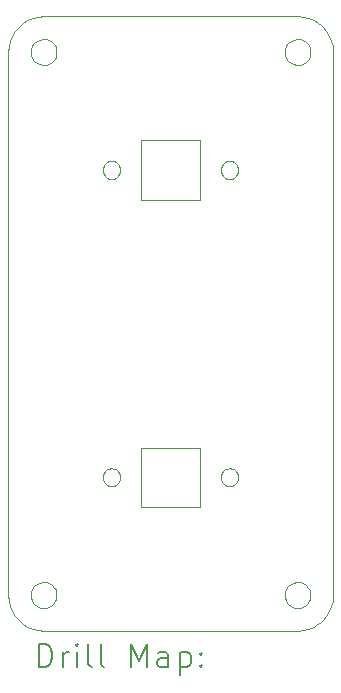
<source format=gbr>
%TF.GenerationSoftware,KiCad,Pcbnew,7.0.7*%
%TF.CreationDate,2024-10-15T08:59:56-05:00*%
%TF.ProjectId,OM-EPSC3-Micro,4f4d2d45-5053-4433-932d-4d6963726f2e,rev?*%
%TF.SameCoordinates,Original*%
%TF.FileFunction,Drillmap*%
%TF.FilePolarity,Positive*%
%FSLAX45Y45*%
G04 Gerber Fmt 4.5, Leading zero omitted, Abs format (unit mm)*
G04 Created by KiCad (PCBNEW 7.0.7) date 2024-10-15 08:59:56*
%MOMM*%
%LPD*%
G01*
G04 APERTURE LIST*
%ADD10C,0.003779*%
%ADD11C,0.200000*%
G04 APERTURE END LIST*
D10*
X22016500Y-10617700D02*
X22016500Y-10706100D01*
X21489500Y-9156100D02*
X21899100Y-9156100D01*
X22729000Y-10391100D02*
X22718300Y-10399384D01*
X21085000Y-9483500D02*
X21095100Y-9509100D01*
X22701500Y-10493600D02*
X22713500Y-10509100D01*
X21804000Y-10521100D02*
X21819500Y-10509100D01*
X21095100Y-14109100D02*
X21111300Y-14131400D01*
X23235000Y-9428700D02*
X23231500Y-9456100D01*
X21095100Y-9403100D02*
X21085000Y-9428700D01*
X22016500Y-13306100D02*
X22516500Y-13306100D01*
X21729000Y-13121100D02*
X21747100Y-13128500D01*
X21766500Y-10381100D02*
X21747100Y-10383700D01*
X20906200Y-9363400D02*
X20924200Y-9319900D01*
X23641500Y-10617700D02*
X23641500Y-12256100D01*
X21831500Y-10418600D02*
X21827087Y-10412900D01*
X21694300Y-10436211D02*
X21694100Y-10436700D01*
X21144600Y-14352400D02*
X21098800Y-14341400D01*
X21212100Y-9348000D02*
X21184600Y-9346300D01*
X23411600Y-14140900D02*
X23430500Y-14120800D01*
X21899100Y-9156100D02*
X22718300Y-9156100D01*
X21729000Y-12991100D02*
X21713500Y-13003100D01*
X23245100Y-9509100D02*
X23261300Y-9531400D01*
X23641500Y-12256100D02*
X23641500Y-13075300D01*
X23430500Y-13991400D02*
X23411600Y-13971300D01*
X23641500Y-13248368D02*
X23641500Y-13494166D01*
X23334600Y-9565900D02*
X23362100Y-9564200D01*
X23584200Y-14232400D02*
X23553600Y-14268200D01*
X23388300Y-9356600D02*
X23362100Y-9348000D01*
X21015200Y-14298800D02*
X20979400Y-14268200D01*
X21184600Y-9565900D02*
X21212100Y-9564200D01*
X21747100Y-12983700D02*
X21729000Y-12991100D01*
X23282600Y-9549000D02*
X23307500Y-9560700D01*
X21838900Y-10436700D02*
X21831500Y-10418600D01*
X22819500Y-13003100D02*
X22804000Y-12991100D01*
X22804000Y-10521100D02*
X22819500Y-10509100D01*
X21694073Y-13075300D02*
X21694100Y-13075500D01*
X21831500Y-13018600D02*
X21819500Y-13003100D01*
X23428149Y-9388900D02*
X23411600Y-9371300D01*
X21284700Y-9399042D02*
X21280500Y-9391400D01*
X20906200Y-14148800D02*
X20895200Y-14103000D01*
X21111300Y-9380800D02*
X21105416Y-9388900D01*
X23411600Y-9371300D02*
X23388300Y-9356600D01*
X21838927Y-13075300D02*
X21841500Y-13056100D01*
X23517800Y-9213400D02*
X23537500Y-9230239D01*
X21085000Y-14028700D02*
X21081500Y-14056100D01*
X23537500Y-9230239D02*
X23553600Y-9244000D01*
X23641500Y-14056100D02*
X23637800Y-14103000D01*
X23282600Y-13963200D02*
X23261300Y-13980800D01*
X21080277Y-9178465D02*
X21098800Y-9170800D01*
X23307500Y-9351500D02*
X23282600Y-9363200D01*
X22718300Y-10512816D02*
X22729000Y-10521100D01*
X21831500Y-13093600D02*
X21838900Y-13075500D01*
X21280500Y-9520800D02*
X21284700Y-9513158D01*
X23307500Y-9560700D02*
X23332700Y-9565536D01*
X23388300Y-13956599D02*
X23362100Y-13948000D01*
X21079900Y-9178621D02*
X21080277Y-9178465D01*
X20979400Y-14268200D02*
X20948800Y-14232400D01*
X22804000Y-13121100D02*
X22819500Y-13109100D01*
X20948800Y-14232400D02*
X20924200Y-14192300D01*
X21691500Y-13056100D02*
X21694073Y-13075300D01*
X21238300Y-9555600D02*
X21261600Y-9540900D01*
X21085000Y-14083500D02*
X21091234Y-14099300D01*
X23411600Y-13971300D02*
X23388300Y-13956599D01*
X23334600Y-14165900D02*
X23362100Y-14164200D01*
X23443800Y-14015600D02*
X23430500Y-13991400D01*
X21081500Y-14056100D02*
X21085000Y-14083500D01*
X22694100Y-10436700D02*
X22691500Y-10456100D01*
X22701500Y-13093600D02*
X22713500Y-13109100D01*
X21261600Y-9540900D02*
X21280500Y-9520800D01*
X22516500Y-13306100D02*
X22516500Y-13075300D01*
X23362100Y-13948000D02*
X23334600Y-13946300D01*
X22713500Y-13003100D02*
X22701500Y-13018600D01*
X21212100Y-14164200D02*
X21238300Y-14155600D01*
X21284700Y-13999042D02*
X21280500Y-13991400D01*
X22718300Y-9156100D02*
X23127900Y-9156100D01*
X21278149Y-9388900D02*
X21261600Y-9371300D01*
X21238300Y-14155600D02*
X21261600Y-14140900D01*
X20891500Y-10706100D02*
X20891500Y-10617700D01*
X23553600Y-9244000D02*
X23584200Y-9279800D01*
X21144600Y-9159800D02*
X21191500Y-9156100D01*
X21827087Y-10412900D02*
X21819500Y-10403100D01*
X23282600Y-14149000D02*
X23307500Y-14160700D01*
X21157500Y-9351500D02*
X21132600Y-9363200D01*
X22804000Y-10391100D02*
X22785900Y-10383700D01*
X21899100Y-14356100D02*
X21489500Y-14356100D01*
X22694100Y-10475500D02*
X22701500Y-10493600D01*
X23641500Y-13075300D02*
X23641500Y-13248368D01*
X21157500Y-13951500D02*
X21132600Y-13963200D01*
X22516500Y-10617700D02*
X22516500Y-10206100D01*
X21261600Y-9371300D02*
X21238300Y-9356600D01*
X21729000Y-10391100D02*
X21713500Y-10403100D01*
X23517800Y-14298800D02*
X23509160Y-14304100D01*
X21841500Y-13056100D02*
X21838900Y-13036700D01*
X21055300Y-14323400D02*
X21015200Y-14298800D01*
X23626800Y-14148800D02*
X23608800Y-14192300D01*
X22691500Y-10456100D02*
X22694100Y-10475500D01*
X23307500Y-14160700D02*
X23334600Y-14165900D01*
X23641500Y-13494166D02*
X23641500Y-13827551D01*
X23245100Y-9403100D02*
X23235000Y-9428700D01*
X22691500Y-13056100D02*
X22694073Y-13075300D01*
X21238300Y-9356600D02*
X21212100Y-9348000D01*
X22016500Y-10206100D02*
X22016500Y-10617700D01*
X21293800Y-9415600D02*
X21284700Y-9399042D01*
X21838900Y-13075500D02*
X21838927Y-13075300D01*
X21831500Y-10493600D02*
X21838900Y-10475500D01*
X23608800Y-9319900D02*
X23626800Y-9363400D01*
X23450600Y-9469900D02*
X23450600Y-9442300D01*
X22747100Y-12983700D02*
X22729000Y-12991100D01*
X23245100Y-14003100D02*
X23235000Y-14028700D01*
X23450600Y-9442300D02*
X23443800Y-9415600D01*
X20891500Y-10617700D02*
X20891500Y-9456100D01*
X22785900Y-10528500D02*
X22804000Y-10521100D01*
X22016500Y-13075300D02*
X22016500Y-13306100D01*
X23450600Y-14042300D02*
X23443800Y-14015600D01*
X21300600Y-9442300D02*
X21293800Y-9415600D01*
X21184600Y-14165900D02*
X21212100Y-14164200D01*
X23477700Y-14323400D02*
X23434200Y-14341400D01*
X21280500Y-9391400D02*
X21278149Y-9388900D01*
X22016500Y-10706100D02*
X22516500Y-10706100D01*
X22831500Y-13093600D02*
X22838900Y-13075500D01*
X23641500Y-9798500D02*
X23641500Y-10617700D01*
X23537500Y-14281961D02*
X23517800Y-14298800D01*
X22701500Y-10418600D02*
X22694100Y-10436700D01*
X21191500Y-14356100D02*
X21144600Y-14352400D01*
X23434200Y-14341400D02*
X23388400Y-14352400D01*
X23334600Y-13946300D02*
X23332700Y-13946664D01*
X23235000Y-9483500D02*
X23245100Y-9509100D01*
X20948800Y-9279800D02*
X20979400Y-9244000D01*
X20891500Y-12256100D02*
X20891500Y-10706100D01*
X22747100Y-13128500D02*
X22766500Y-13131100D01*
X21157500Y-14160700D02*
X21184600Y-14165900D01*
X22747100Y-10383700D02*
X22729000Y-10391100D01*
X21819500Y-13109100D02*
X21831500Y-13093600D01*
X21838900Y-13036700D02*
X21831500Y-13018600D01*
X22713500Y-13109100D02*
X22718300Y-13112816D01*
X22819500Y-10509100D02*
X22831500Y-10493600D01*
X23637800Y-9409200D02*
X23641500Y-9456100D01*
X22838900Y-13036700D02*
X22831500Y-13018600D01*
X22694100Y-13036700D02*
X22691500Y-13056100D01*
X21280500Y-14120800D02*
X21292316Y-14099300D01*
X23261300Y-9380800D02*
X23255416Y-9388900D01*
X23608800Y-14192300D02*
X23584200Y-14232400D01*
X21055300Y-9188800D02*
X21079900Y-9178621D01*
X20924200Y-9319900D02*
X20948800Y-9279800D01*
X21691500Y-10456100D02*
X21694100Y-10475500D01*
X21132600Y-9363200D02*
X21111300Y-9380800D01*
X22785900Y-10383700D02*
X22766500Y-10381100D01*
X21081500Y-9456100D02*
X21085000Y-9483500D01*
X21184600Y-9346300D02*
X21157500Y-9351500D01*
X21713500Y-10403100D02*
X21705913Y-10412900D01*
X23637800Y-14103000D02*
X23626800Y-14148800D01*
X23443800Y-9496600D02*
X23450600Y-9469900D01*
X23411600Y-9540900D02*
X23430500Y-9520800D01*
X21300600Y-14042300D02*
X21293800Y-14015600D01*
X22831500Y-10418600D02*
X22827087Y-10412900D01*
X22718300Y-14356100D02*
X21899100Y-14356100D01*
X21212100Y-9564200D02*
X21238300Y-9555600D01*
X21694100Y-10436700D02*
X21691500Y-10456100D01*
X21098800Y-14341400D02*
X21079900Y-14333579D01*
X21091234Y-14099300D02*
X21095100Y-14109100D01*
X21300600Y-9469900D02*
X21300600Y-9442300D01*
X23509160Y-14304100D02*
X23477700Y-14323400D01*
X22729000Y-12991100D02*
X22718300Y-12999384D01*
X21085000Y-9428700D02*
X21081500Y-9456100D01*
X21261600Y-14140900D02*
X21280500Y-14120800D01*
X21713500Y-10509100D02*
X21729000Y-10521100D01*
X23261300Y-13980800D02*
X23245100Y-14003100D01*
X23362100Y-14164200D02*
X23388300Y-14155600D01*
X23434200Y-9170800D02*
X23477700Y-9188800D01*
X20979400Y-9244000D02*
X21015200Y-9213400D01*
X23641500Y-9456100D02*
X23641500Y-9798500D01*
X22827087Y-10412900D02*
X22819500Y-10403100D01*
X21701500Y-10493600D02*
X21713500Y-10509100D01*
X21098800Y-9170800D02*
X21144600Y-9159800D01*
X21111300Y-9531400D02*
X21132600Y-9549000D01*
X22729000Y-13121100D02*
X22747100Y-13128500D01*
X21747100Y-10383700D02*
X21729000Y-10391100D01*
X23626800Y-9363400D02*
X23637800Y-9409200D01*
X21261600Y-13971300D02*
X21238300Y-13956599D01*
X22516500Y-10206100D02*
X22016500Y-10206100D01*
X22841500Y-13056100D02*
X22838900Y-13036700D01*
X23442316Y-14099300D02*
X23443800Y-14096600D01*
X22713500Y-10403100D02*
X22701500Y-10418600D01*
X22718300Y-13112816D02*
X22729000Y-13121100D01*
X23430500Y-14120800D02*
X23442316Y-14099300D01*
X22701500Y-13018600D02*
X22694100Y-13036700D01*
X23388300Y-14155600D02*
X23411600Y-14140900D01*
X23282600Y-9363200D02*
X23261300Y-9380800D01*
X21293800Y-14096600D02*
X21300600Y-14069900D01*
X21785900Y-13128500D02*
X21804000Y-13121100D01*
X23443800Y-14096600D02*
X23450600Y-14069900D01*
X23450600Y-14069900D02*
X23450600Y-14042300D01*
X23261300Y-14131400D02*
X23282600Y-14149000D01*
X21132600Y-14149000D02*
X21157500Y-14160700D01*
X21838900Y-10475500D02*
X21841500Y-10456100D01*
X21841500Y-10456100D02*
X21838900Y-10436700D01*
X23235000Y-14083500D02*
X23241234Y-14099300D01*
X21729000Y-10521100D02*
X21747100Y-10528500D01*
X22804000Y-12991100D02*
X22785900Y-12983700D01*
X23388400Y-9159800D02*
X23434200Y-9170800D01*
X21184600Y-13946300D02*
X21157500Y-13951500D01*
X20924200Y-14192300D02*
X20906200Y-14148800D01*
X22831500Y-10493600D02*
X22838900Y-10475500D01*
X20895200Y-14103000D02*
X20891500Y-14056100D01*
X21292316Y-14099300D02*
X21293800Y-14096600D01*
X22516500Y-10706100D02*
X22516500Y-10617700D01*
X21701500Y-13093600D02*
X21713500Y-13109100D01*
X21095100Y-14003100D02*
X21085000Y-14028700D01*
X22841500Y-10456100D02*
X22838900Y-10436700D01*
X22785900Y-13128500D02*
X22804000Y-13121100D01*
X23641500Y-13894500D02*
X23641500Y-14056100D01*
X22729000Y-10521100D02*
X22747100Y-10528500D01*
X21079900Y-14333579D02*
X21055300Y-14323400D01*
X21293800Y-14015600D02*
X21284700Y-13999042D01*
X23231500Y-14056100D02*
X23235000Y-14083500D01*
X21694300Y-10475989D02*
X21701500Y-10493600D01*
X21785900Y-10383700D02*
X21766500Y-10381100D01*
X23209248Y-9156100D02*
X23341500Y-9156100D01*
X21111300Y-14131400D02*
X21132600Y-14149000D01*
X21280500Y-13991400D02*
X21261600Y-13971300D01*
X23341500Y-14356100D02*
X23127900Y-14356100D01*
X23334600Y-9346300D02*
X23307500Y-9351500D01*
X21694100Y-13036700D02*
X21691500Y-13056100D01*
X23307500Y-13951500D02*
X23282600Y-13963200D01*
X21212100Y-13948000D02*
X21184600Y-13946300D01*
X21804000Y-10391100D02*
X21785900Y-10383700D01*
X22785900Y-12983700D02*
X22766500Y-12981100D01*
X21105416Y-9388900D02*
X21095100Y-9403100D01*
X23430500Y-9391400D02*
X23428149Y-9388900D01*
X22838900Y-10436700D02*
X22831500Y-10418600D01*
X21157500Y-9560700D02*
X21184600Y-9565900D01*
X21766500Y-13131100D02*
X21785900Y-13128500D01*
X23332700Y-13946664D02*
X23307500Y-13951500D01*
X22838900Y-13075500D02*
X22838927Y-13075300D01*
X21785900Y-10528500D02*
X21804000Y-10521100D01*
X21804000Y-12991100D02*
X21785900Y-12983700D01*
X22694073Y-13075300D02*
X22694100Y-13075500D01*
X20891500Y-13894500D02*
X20891500Y-12256100D01*
X21132600Y-13963200D02*
X21111300Y-13980800D01*
X22516500Y-12806100D02*
X22016500Y-12806100D01*
X22718300Y-12999384D02*
X22713500Y-13003100D01*
X21819500Y-10509100D02*
X21831500Y-10493600D01*
X23241234Y-14099300D02*
X23245100Y-14109100D01*
X23231500Y-9456100D02*
X23235000Y-9483500D01*
X23443800Y-9415600D02*
X23430500Y-9391400D01*
X21747100Y-10528500D02*
X21766500Y-10531100D01*
X21095100Y-9509100D02*
X21111300Y-9531400D01*
X23362100Y-9564200D02*
X23388300Y-9555600D01*
X23245100Y-14109100D02*
X23261300Y-14131400D01*
X23430500Y-9520800D02*
X23443800Y-9496600D01*
X22747100Y-10528500D02*
X22766500Y-10531100D01*
X21713500Y-13109100D02*
X21729000Y-13121100D01*
X23255416Y-9388900D02*
X23245100Y-9403100D01*
X21489500Y-14356100D02*
X21191500Y-14356100D01*
X22819500Y-10403100D02*
X22804000Y-10391100D01*
X21705913Y-10412900D02*
X21701500Y-10418600D01*
X21819500Y-13003100D02*
X21804000Y-12991100D01*
X22831500Y-13018600D02*
X22819500Y-13003100D01*
X23332700Y-9565536D02*
X23334600Y-9565900D01*
X21694100Y-10475500D02*
X21694300Y-10475989D01*
X22516500Y-13075300D02*
X22516500Y-12806100D01*
X21111300Y-13980800D02*
X21095100Y-14003100D01*
X22766500Y-10531100D02*
X22785900Y-10528500D01*
X22016500Y-12806100D02*
X22016500Y-13075300D01*
X21694100Y-13075500D02*
X21701500Y-13093600D01*
X22838900Y-10475500D02*
X22841500Y-10456100D01*
X22766500Y-10381100D02*
X22747100Y-10383700D01*
X23261300Y-9531400D02*
X23282600Y-9549000D01*
X23641500Y-13827551D02*
X23641500Y-13894500D01*
X20895200Y-9409200D02*
X20906200Y-9363400D01*
X22766500Y-13131100D02*
X22785900Y-13128500D01*
X23341500Y-9156100D02*
X23388400Y-9159800D01*
X21132600Y-9549000D02*
X21157500Y-9560700D01*
X20891500Y-9456100D02*
X20895200Y-9409200D01*
X21300600Y-14069900D02*
X21300600Y-14042300D01*
X22718300Y-10399384D02*
X22713500Y-10403100D01*
X23388400Y-14352400D02*
X23341500Y-14356100D01*
X21238300Y-13956599D02*
X21212100Y-13948000D01*
X23553600Y-14268200D02*
X23537500Y-14281961D01*
X22713500Y-10509100D02*
X22718300Y-10512816D01*
X22766500Y-12981100D02*
X22747100Y-12983700D01*
X23477700Y-9188800D02*
X23517800Y-9213400D01*
X23388300Y-9555600D02*
X23411600Y-9540900D01*
X21701500Y-10418600D02*
X21694300Y-10436211D01*
X21819500Y-10403100D02*
X21804000Y-10391100D01*
X21701500Y-13018600D02*
X21694100Y-13036700D01*
X21191500Y-9156100D02*
X21489500Y-9156100D01*
X21293800Y-9496600D02*
X21300600Y-9469900D01*
X21284700Y-9513158D02*
X21293800Y-9496600D01*
X20891500Y-14056100D02*
X20891500Y-13894500D01*
X23127900Y-14356100D02*
X22718300Y-14356100D01*
X22819500Y-13109100D02*
X22831500Y-13093600D01*
X23584200Y-9279800D02*
X23608800Y-9319900D01*
X23127900Y-9156100D02*
X23209248Y-9156100D01*
X21747100Y-13128500D02*
X21766500Y-13131100D01*
X21804000Y-13121100D02*
X21819500Y-13109100D01*
X21713500Y-13003100D02*
X21701500Y-13018600D01*
X21015200Y-9213400D02*
X21055300Y-9188800D01*
X21785900Y-12983700D02*
X21766500Y-12981100D01*
X22694100Y-13075500D02*
X22701500Y-13093600D01*
X23362100Y-9348000D02*
X23334600Y-9346300D01*
X21766500Y-10531100D02*
X21785900Y-10528500D01*
X22838927Y-13075300D02*
X22841500Y-13056100D01*
X21766500Y-12981100D02*
X21747100Y-12983700D01*
X23235000Y-14028700D02*
X23231500Y-14056100D01*
D11*
X21152088Y-14667772D02*
X21152088Y-14467772D01*
X21152088Y-14467772D02*
X21199707Y-14467772D01*
X21199707Y-14467772D02*
X21228278Y-14477296D01*
X21228278Y-14477296D02*
X21247326Y-14496344D01*
X21247326Y-14496344D02*
X21256850Y-14515391D01*
X21256850Y-14515391D02*
X21266374Y-14553487D01*
X21266374Y-14553487D02*
X21266374Y-14582058D01*
X21266374Y-14582058D02*
X21256850Y-14620153D01*
X21256850Y-14620153D02*
X21247326Y-14639201D01*
X21247326Y-14639201D02*
X21228278Y-14658249D01*
X21228278Y-14658249D02*
X21199707Y-14667772D01*
X21199707Y-14667772D02*
X21152088Y-14667772D01*
X21352088Y-14667772D02*
X21352088Y-14534439D01*
X21352088Y-14572534D02*
X21361612Y-14553487D01*
X21361612Y-14553487D02*
X21371136Y-14543963D01*
X21371136Y-14543963D02*
X21390183Y-14534439D01*
X21390183Y-14534439D02*
X21409231Y-14534439D01*
X21475897Y-14667772D02*
X21475897Y-14534439D01*
X21475897Y-14467772D02*
X21466374Y-14477296D01*
X21466374Y-14477296D02*
X21475897Y-14486820D01*
X21475897Y-14486820D02*
X21485421Y-14477296D01*
X21485421Y-14477296D02*
X21475897Y-14467772D01*
X21475897Y-14467772D02*
X21475897Y-14486820D01*
X21599707Y-14667772D02*
X21580659Y-14658249D01*
X21580659Y-14658249D02*
X21571136Y-14639201D01*
X21571136Y-14639201D02*
X21571136Y-14467772D01*
X21704469Y-14667772D02*
X21685421Y-14658249D01*
X21685421Y-14658249D02*
X21675897Y-14639201D01*
X21675897Y-14639201D02*
X21675897Y-14467772D01*
X21933040Y-14667772D02*
X21933040Y-14467772D01*
X21933040Y-14467772D02*
X21999707Y-14610630D01*
X21999707Y-14610630D02*
X22066374Y-14467772D01*
X22066374Y-14467772D02*
X22066374Y-14667772D01*
X22247326Y-14667772D02*
X22247326Y-14563011D01*
X22247326Y-14563011D02*
X22237802Y-14543963D01*
X22237802Y-14543963D02*
X22218755Y-14534439D01*
X22218755Y-14534439D02*
X22180659Y-14534439D01*
X22180659Y-14534439D02*
X22161612Y-14543963D01*
X22247326Y-14658249D02*
X22228278Y-14667772D01*
X22228278Y-14667772D02*
X22180659Y-14667772D01*
X22180659Y-14667772D02*
X22161612Y-14658249D01*
X22161612Y-14658249D02*
X22152088Y-14639201D01*
X22152088Y-14639201D02*
X22152088Y-14620153D01*
X22152088Y-14620153D02*
X22161612Y-14601106D01*
X22161612Y-14601106D02*
X22180659Y-14591582D01*
X22180659Y-14591582D02*
X22228278Y-14591582D01*
X22228278Y-14591582D02*
X22247326Y-14582058D01*
X22342564Y-14534439D02*
X22342564Y-14734439D01*
X22342564Y-14543963D02*
X22361612Y-14534439D01*
X22361612Y-14534439D02*
X22399707Y-14534439D01*
X22399707Y-14534439D02*
X22418755Y-14543963D01*
X22418755Y-14543963D02*
X22428278Y-14553487D01*
X22428278Y-14553487D02*
X22437802Y-14572534D01*
X22437802Y-14572534D02*
X22437802Y-14629677D01*
X22437802Y-14629677D02*
X22428278Y-14648725D01*
X22428278Y-14648725D02*
X22418755Y-14658249D01*
X22418755Y-14658249D02*
X22399707Y-14667772D01*
X22399707Y-14667772D02*
X22361612Y-14667772D01*
X22361612Y-14667772D02*
X22342564Y-14658249D01*
X22523516Y-14648725D02*
X22533040Y-14658249D01*
X22533040Y-14658249D02*
X22523516Y-14667772D01*
X22523516Y-14667772D02*
X22513993Y-14658249D01*
X22513993Y-14658249D02*
X22523516Y-14648725D01*
X22523516Y-14648725D02*
X22523516Y-14667772D01*
X22523516Y-14543963D02*
X22533040Y-14553487D01*
X22533040Y-14553487D02*
X22523516Y-14563011D01*
X22523516Y-14563011D02*
X22513993Y-14553487D01*
X22513993Y-14553487D02*
X22523516Y-14543963D01*
X22523516Y-14543963D02*
X22523516Y-14563011D01*
M02*

</source>
